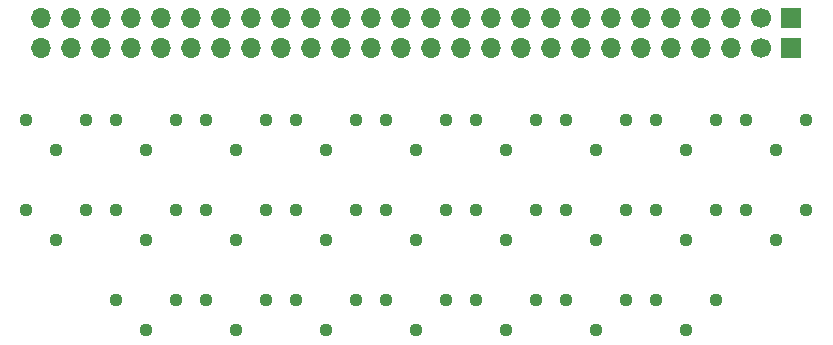
<source format=gbs>
%TF.GenerationSoftware,KiCad,Pcbnew,(5.1.8)-1*%
%TF.CreationDate,2021-03-06T21:28:27+09:00*%
%TF.ProjectId,line_sensor_controler,6c696e65-5f73-4656-9e73-6f725f636f6e,rev?*%
%TF.SameCoordinates,PX7445a00PY43d3480*%
%TF.FileFunction,Soldermask,Bot*%
%TF.FilePolarity,Negative*%
%FSLAX46Y46*%
G04 Gerber Fmt 4.6, Leading zero omitted, Abs format (unit mm)*
G04 Created by KiCad (PCBNEW (5.1.8)-1) date 2021-03-06 21:28:27*
%MOMM*%
%LPD*%
G01*
G04 APERTURE LIST*
%ADD10C,1.700000*%
%ADD11O,1.700000X1.700000*%
%ADD12R,1.700000X1.700000*%
%ADD13C,1.120000*%
G04 APERTURE END LIST*
D10*
%TO.C,J1*%
X63500000Y25400000D03*
D11*
X60960000Y25400000D03*
X58420000Y25400000D03*
X55880000Y25400000D03*
X53340000Y25400000D03*
X50800000Y25400000D03*
X48260000Y25400000D03*
X45720000Y25400000D03*
X43180000Y25400000D03*
X40640000Y25400000D03*
X38100000Y25400000D03*
X35560000Y25400000D03*
X33020000Y25400000D03*
X30480000Y25400000D03*
X27940000Y25400000D03*
X25400000Y25400000D03*
X22860000Y25400000D03*
X20320000Y25400000D03*
X17780000Y25400000D03*
X15240000Y25400000D03*
X12700000Y25400000D03*
X10160000Y25400000D03*
X7620000Y25400000D03*
X5080000Y25400000D03*
X2540000Y25400000D03*
%TD*%
%TO.C,J2*%
X2540000Y27940000D03*
X5080000Y27940000D03*
X7620000Y27940000D03*
X10160000Y27940000D03*
X12700000Y27940000D03*
X15240000Y27940000D03*
X17780000Y27940000D03*
X20320000Y27940000D03*
X22860000Y27940000D03*
X25400000Y27940000D03*
X27940000Y27940000D03*
X30480000Y27940000D03*
X33020000Y27940000D03*
X35560000Y27940000D03*
X38100000Y27940000D03*
X40640000Y27940000D03*
X43180000Y27940000D03*
X45720000Y27940000D03*
X48260000Y27940000D03*
X50800000Y27940000D03*
X53340000Y27940000D03*
X55880000Y27940000D03*
X58420000Y27940000D03*
X60960000Y27940000D03*
D10*
X63500000Y27940000D03*
%TD*%
D12*
%TO.C,J3*%
X66040000Y27940000D03*
X66040000Y25400000D03*
%TD*%
D13*
%TO.C,R18*%
X67310000Y11710000D03*
X64770000Y9170000D03*
X62230000Y11710000D03*
%TD*%
%TO.C,R1*%
X6350000Y19330000D03*
X3810000Y16790000D03*
X1270000Y19330000D03*
%TD*%
%TO.C,R2*%
X13970000Y19330000D03*
X11430000Y16790000D03*
X8890000Y19330000D03*
%TD*%
%TO.C,R3*%
X16510000Y19330000D03*
X19050000Y16790000D03*
X21590000Y19330000D03*
%TD*%
%TO.C,R4*%
X29210000Y19330000D03*
X26670000Y16790000D03*
X24130000Y19330000D03*
%TD*%
%TO.C,R5*%
X31750000Y19330000D03*
X34290000Y16790000D03*
X36830000Y19330000D03*
%TD*%
%TO.C,R6*%
X44450000Y19330000D03*
X41910000Y16790000D03*
X39370000Y19330000D03*
%TD*%
%TO.C,R7*%
X46990000Y19330000D03*
X49530000Y16790000D03*
X52070000Y19330000D03*
%TD*%
%TO.C,R8*%
X59690000Y19330000D03*
X57150000Y16790000D03*
X54610000Y19330000D03*
%TD*%
%TO.C,R9*%
X62230000Y19330000D03*
X64770000Y16790000D03*
X67310000Y19330000D03*
%TD*%
%TO.C,R10*%
X6350000Y11710000D03*
X3810000Y9170000D03*
X1270000Y11710000D03*
%TD*%
%TO.C,R11*%
X8890000Y11710000D03*
X11430000Y9170000D03*
X13970000Y11710000D03*
%TD*%
%TO.C,R12*%
X21590000Y11710000D03*
X19050000Y9170000D03*
X16510000Y11710000D03*
%TD*%
%TO.C,R13*%
X24130000Y11710000D03*
X26670000Y9170000D03*
X29210000Y11710000D03*
%TD*%
%TO.C,R14*%
X36830000Y11710000D03*
X34290000Y9170000D03*
X31750000Y11710000D03*
%TD*%
%TO.C,R15*%
X39370000Y11710000D03*
X41910000Y9170000D03*
X44450000Y11710000D03*
%TD*%
%TO.C,R16*%
X52070000Y11710000D03*
X49530000Y9170000D03*
X46990000Y11710000D03*
%TD*%
%TO.C,R17*%
X54610000Y11710000D03*
X57150000Y9170000D03*
X59690000Y11710000D03*
%TD*%
%TO.C,R19*%
X8890000Y4090000D03*
X11430000Y1550000D03*
X13970000Y4090000D03*
%TD*%
%TO.C,R20*%
X21590000Y4090000D03*
X19050000Y1550000D03*
X16510000Y4090000D03*
%TD*%
%TO.C,R21*%
X24130000Y4090000D03*
X26670000Y1550000D03*
X29210000Y4090000D03*
%TD*%
%TO.C,R22*%
X36830000Y4090000D03*
X34290000Y1550000D03*
X31750000Y4090000D03*
%TD*%
%TO.C,R23*%
X39370000Y4090000D03*
X41910000Y1550000D03*
X44450000Y4090000D03*
%TD*%
%TO.C,R24*%
X52070000Y4090000D03*
X49530000Y1550000D03*
X46990000Y4090000D03*
%TD*%
%TO.C,R25*%
X54610000Y4090000D03*
X57150000Y1550000D03*
X59690000Y4090000D03*
%TD*%
M02*

</source>
